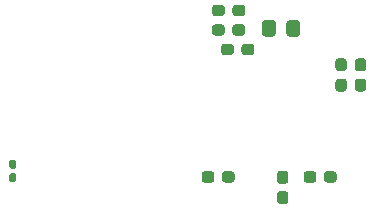
<source format=gbr>
%TF.GenerationSoftware,KiCad,Pcbnew,(5.1.9)-1*%
%TF.CreationDate,2021-09-23T16:30:07-05:00*%
%TF.ProjectId,zigbeeCape,7a696762-6565-4436-9170-652e6b696361,rev?*%
%TF.SameCoordinates,Original*%
%TF.FileFunction,Paste,Bot*%
%TF.FilePolarity,Positive*%
%FSLAX46Y46*%
G04 Gerber Fmt 4.6, Leading zero omitted, Abs format (unit mm)*
G04 Created by KiCad (PCBNEW (5.1.9)-1) date 2021-09-23 16:30:07*
%MOMM*%
%LPD*%
G01*
G04 APERTURE LIST*
G04 APERTURE END LIST*
%TO.C,L1*%
G36*
G01*
X41714000Y42487001D02*
X41714000Y41586999D01*
G75*
G02*
X41464001Y41337000I-249999J0D01*
G01*
X40813999Y41337000D01*
G75*
G02*
X40564000Y41586999I0J249999D01*
G01*
X40564000Y42487001D01*
G75*
G02*
X40813999Y42737000I249999J0D01*
G01*
X41464001Y42737000D01*
G75*
G02*
X41714000Y42487001I0J-249999D01*
G01*
G37*
G36*
G01*
X43764000Y42487001D02*
X43764000Y41586999D01*
G75*
G02*
X43514001Y41337000I-249999J0D01*
G01*
X42863999Y41337000D01*
G75*
G02*
X42614000Y41586999I0J249999D01*
G01*
X42614000Y42487001D01*
G75*
G02*
X42863999Y42737000I249999J0D01*
G01*
X43514001Y42737000D01*
G75*
G02*
X43764000Y42487001I0J-249999D01*
G01*
G37*
%TD*%
%TO.C,C13*%
G36*
G01*
X38156000Y40496500D02*
X38156000Y40021500D01*
G75*
G02*
X37918500Y39784000I-237500J0D01*
G01*
X37318500Y39784000D01*
G75*
G02*
X37081000Y40021500I0J237500D01*
G01*
X37081000Y40496500D01*
G75*
G02*
X37318500Y40734000I237500J0D01*
G01*
X37918500Y40734000D01*
G75*
G02*
X38156000Y40496500I0J-237500D01*
G01*
G37*
G36*
G01*
X39881000Y40496500D02*
X39881000Y40021500D01*
G75*
G02*
X39643500Y39784000I-237500J0D01*
G01*
X39043500Y39784000D01*
G75*
G02*
X38806000Y40021500I0J237500D01*
G01*
X38806000Y40496500D01*
G75*
G02*
X39043500Y40734000I237500J0D01*
G01*
X39643500Y40734000D01*
G75*
G02*
X39881000Y40496500I0J-237500D01*
G01*
G37*
%TD*%
%TO.C,C31*%
G36*
G01*
X19276000Y29772000D02*
X19586000Y29772000D01*
G75*
G02*
X19741000Y29617000I0J-155000D01*
G01*
X19741000Y29192000D01*
G75*
G02*
X19586000Y29037000I-155000J0D01*
G01*
X19276000Y29037000D01*
G75*
G02*
X19121000Y29192000I0J155000D01*
G01*
X19121000Y29617000D01*
G75*
G02*
X19276000Y29772000I155000J0D01*
G01*
G37*
G36*
G01*
X19276000Y30907000D02*
X19586000Y30907000D01*
G75*
G02*
X19741000Y30752000I0J-155000D01*
G01*
X19741000Y30327000D01*
G75*
G02*
X19586000Y30172000I-155000J0D01*
G01*
X19276000Y30172000D01*
G75*
G02*
X19121000Y30327000I0J155000D01*
G01*
X19121000Y30752000D01*
G75*
G02*
X19276000Y30907000I155000J0D01*
G01*
G37*
%TD*%
%TO.C,C8*%
G36*
G01*
X42053500Y28250000D02*
X42528500Y28250000D01*
G75*
G02*
X42766000Y28012500I0J-237500D01*
G01*
X42766000Y27412500D01*
G75*
G02*
X42528500Y27175000I-237500J0D01*
G01*
X42053500Y27175000D01*
G75*
G02*
X41816000Y27412500I0J237500D01*
G01*
X41816000Y28012500D01*
G75*
G02*
X42053500Y28250000I237500J0D01*
G01*
G37*
G36*
G01*
X42053500Y29975000D02*
X42528500Y29975000D01*
G75*
G02*
X42766000Y29737500I0J-237500D01*
G01*
X42766000Y29137500D01*
G75*
G02*
X42528500Y28900000I-237500J0D01*
G01*
X42053500Y28900000D01*
G75*
G02*
X41816000Y29137500I0J237500D01*
G01*
X41816000Y29737500D01*
G75*
G02*
X42053500Y29975000I237500J0D01*
G01*
G37*
%TD*%
%TO.C,C15*%
G36*
G01*
X44066000Y29226500D02*
X44066000Y29701500D01*
G75*
G02*
X44303500Y29939000I237500J0D01*
G01*
X44903500Y29939000D01*
G75*
G02*
X45141000Y29701500I0J-237500D01*
G01*
X45141000Y29226500D01*
G75*
G02*
X44903500Y28989000I-237500J0D01*
G01*
X44303500Y28989000D01*
G75*
G02*
X44066000Y29226500I0J237500D01*
G01*
G37*
G36*
G01*
X45791000Y29226500D02*
X45791000Y29701500D01*
G75*
G02*
X46028500Y29939000I237500J0D01*
G01*
X46628500Y29939000D01*
G75*
G02*
X46866000Y29701500I0J-237500D01*
G01*
X46866000Y29226500D01*
G75*
G02*
X46628500Y28989000I-237500J0D01*
G01*
X46028500Y28989000D01*
G75*
G02*
X45791000Y29226500I0J237500D01*
G01*
G37*
%TD*%
%TO.C,C6*%
G36*
G01*
X36505000Y29701500D02*
X36505000Y29226500D01*
G75*
G02*
X36267500Y28989000I-237500J0D01*
G01*
X35667500Y28989000D01*
G75*
G02*
X35430000Y29226500I0J237500D01*
G01*
X35430000Y29701500D01*
G75*
G02*
X35667500Y29939000I237500J0D01*
G01*
X36267500Y29939000D01*
G75*
G02*
X36505000Y29701500I0J-237500D01*
G01*
G37*
G36*
G01*
X38230000Y29701500D02*
X38230000Y29226500D01*
G75*
G02*
X37992500Y28989000I-237500J0D01*
G01*
X37392500Y28989000D01*
G75*
G02*
X37155000Y29226500I0J237500D01*
G01*
X37155000Y29701500D01*
G75*
G02*
X37392500Y29939000I237500J0D01*
G01*
X37992500Y29939000D01*
G75*
G02*
X38230000Y29701500I0J-237500D01*
G01*
G37*
%TD*%
%TO.C,C9*%
G36*
G01*
X47481500Y38425000D02*
X47006500Y38425000D01*
G75*
G02*
X46769000Y38662500I0J237500D01*
G01*
X46769000Y39262500D01*
G75*
G02*
X47006500Y39500000I237500J0D01*
G01*
X47481500Y39500000D01*
G75*
G02*
X47719000Y39262500I0J-237500D01*
G01*
X47719000Y38662500D01*
G75*
G02*
X47481500Y38425000I-237500J0D01*
G01*
G37*
G36*
G01*
X47481500Y36700000D02*
X47006500Y36700000D01*
G75*
G02*
X46769000Y36937500I0J237500D01*
G01*
X46769000Y37537500D01*
G75*
G02*
X47006500Y37775000I237500J0D01*
G01*
X47481500Y37775000D01*
G75*
G02*
X47719000Y37537500I0J-237500D01*
G01*
X47719000Y36937500D01*
G75*
G02*
X47481500Y36700000I-237500J0D01*
G01*
G37*
%TD*%
%TO.C,C10*%
G36*
G01*
X49132500Y36700000D02*
X48657500Y36700000D01*
G75*
G02*
X48420000Y36937500I0J237500D01*
G01*
X48420000Y37537500D01*
G75*
G02*
X48657500Y37775000I237500J0D01*
G01*
X49132500Y37775000D01*
G75*
G02*
X49370000Y37537500I0J-237500D01*
G01*
X49370000Y36937500D01*
G75*
G02*
X49132500Y36700000I-237500J0D01*
G01*
G37*
G36*
G01*
X49132500Y38425000D02*
X48657500Y38425000D01*
G75*
G02*
X48420000Y38662500I0J237500D01*
G01*
X48420000Y39262500D01*
G75*
G02*
X48657500Y39500000I237500J0D01*
G01*
X49132500Y39500000D01*
G75*
G02*
X49370000Y39262500I0J-237500D01*
G01*
X49370000Y38662500D01*
G75*
G02*
X49132500Y38425000I-237500J0D01*
G01*
G37*
%TD*%
%TO.C,C11*%
G36*
G01*
X39119000Y43798500D02*
X39119000Y43323500D01*
G75*
G02*
X38881500Y43086000I-237500J0D01*
G01*
X38281500Y43086000D01*
G75*
G02*
X38044000Y43323500I0J237500D01*
G01*
X38044000Y43798500D01*
G75*
G02*
X38281500Y44036000I237500J0D01*
G01*
X38881500Y44036000D01*
G75*
G02*
X39119000Y43798500I0J-237500D01*
G01*
G37*
G36*
G01*
X37394000Y43798500D02*
X37394000Y43323500D01*
G75*
G02*
X37156500Y43086000I-237500J0D01*
G01*
X36556500Y43086000D01*
G75*
G02*
X36319000Y43323500I0J237500D01*
G01*
X36319000Y43798500D01*
G75*
G02*
X36556500Y44036000I237500J0D01*
G01*
X37156500Y44036000D01*
G75*
G02*
X37394000Y43798500I0J-237500D01*
G01*
G37*
%TD*%
%TO.C,C16*%
G36*
G01*
X39119000Y42147500D02*
X39119000Y41672500D01*
G75*
G02*
X38881500Y41435000I-237500J0D01*
G01*
X38281500Y41435000D01*
G75*
G02*
X38044000Y41672500I0J237500D01*
G01*
X38044000Y42147500D01*
G75*
G02*
X38281500Y42385000I237500J0D01*
G01*
X38881500Y42385000D01*
G75*
G02*
X39119000Y42147500I0J-237500D01*
G01*
G37*
G36*
G01*
X37394000Y42147500D02*
X37394000Y41672500D01*
G75*
G02*
X37156500Y41435000I-237500J0D01*
G01*
X36556500Y41435000D01*
G75*
G02*
X36319000Y41672500I0J237500D01*
G01*
X36319000Y42147500D01*
G75*
G02*
X36556500Y42385000I237500J0D01*
G01*
X37156500Y42385000D01*
G75*
G02*
X37394000Y42147500I0J-237500D01*
G01*
G37*
%TD*%
M02*

</source>
